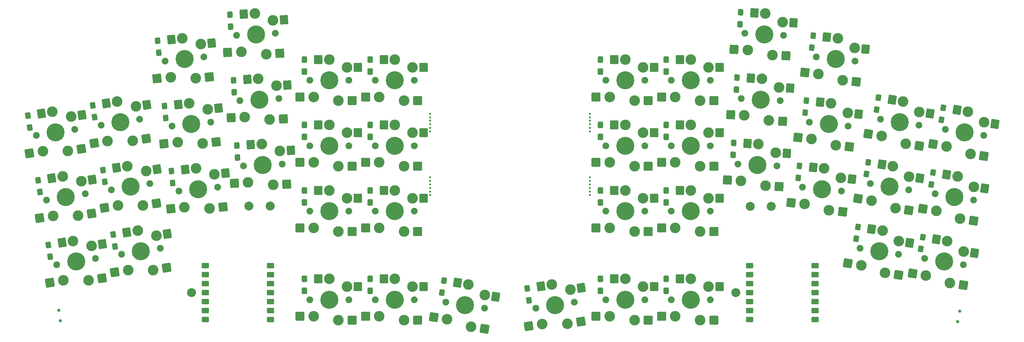
<source format=gbs>
G04 #@! TF.GenerationSoftware,KiCad,Pcbnew,9.0.0*
G04 #@! TF.CreationDate,2025-03-17T20:43:48+03:00*
G04 #@! TF.ProjectId,NIOKR,4e494f4b-522e-46b6-9963-61645f706362,rev?*
G04 #@! TF.SameCoordinates,Original*
G04 #@! TF.FileFunction,Soldermask,Bot*
G04 #@! TF.FilePolarity,Negative*
%FSLAX46Y46*%
G04 Gerber Fmt 4.6, Leading zero omitted, Abs format (unit mm)*
G04 Created by KiCad (PCBNEW 9.0.0) date 2025-03-17 20:43:48*
%MOMM*%
%LPD*%
G01*
G04 APERTURE LIST*
G04 Aperture macros list*
%AMRoundRect*
0 Rectangle with rounded corners*
0 $1 Rounding radius*
0 $2 $3 $4 $5 $6 $7 $8 $9 X,Y pos of 4 corners*
0 Add a 4 corners polygon primitive as box body*
4,1,4,$2,$3,$4,$5,$6,$7,$8,$9,$2,$3,0*
0 Add four circle primitives for the rounded corners*
1,1,$1+$1,$2,$3*
1,1,$1+$1,$4,$5*
1,1,$1+$1,$6,$7*
1,1,$1+$1,$8,$9*
0 Add four rect primitives between the rounded corners*
20,1,$1+$1,$2,$3,$4,$5,0*
20,1,$1+$1,$4,$5,$6,$7,0*
20,1,$1+$1,$6,$7,$8,$9,0*
20,1,$1+$1,$8,$9,$2,$3,0*%
G04 Aperture macros list end*
%ADD10C,1.900000*%
%ADD11C,3.000000*%
%ADD12C,5.100000*%
%ADD13RoundRect,0.250000X-0.827343X-1.168815X1.148034X-0.855946X0.827343X1.168815X-1.148034X0.855946X0*%
%ADD14RoundRect,0.250000X0.724663X1.177864X-1.053176X0.896282X-0.724663X-1.177864X1.053176X-0.896282X0*%
%ADD15RoundRect,0.250000X-1.000000X-1.025000X1.000000X-1.025000X1.000000X1.025000X-1.000000X1.025000X0*%
%ADD16RoundRect,0.250000X0.900000X1.050000X-0.900000X1.050000X-0.900000X-1.050000X0.900000X-1.050000X0*%
%ADD17RoundRect,0.250000X-1.052274X-0.971259X0.944985X-1.075931X1.052274X0.971259X-0.944985X1.075931X0*%
%ADD18RoundRect,0.250000X0.953719X1.001459X-0.843814X1.095663X-0.953719X-1.001459X0.843814X-1.095663X0*%
%ADD19RoundRect,0.250000X-1.101664X-0.914856X0.887380X-1.123913X1.101664X0.914856X-0.887380X1.123913X0*%
%ADD20RoundRect,0.250000X1.004825X0.950172X-0.785315X1.138324X-1.004825X-0.950172X0.785315X-1.138324X0*%
%ADD21RoundRect,0.250000X-1.148034X-0.855946X0.827343X-1.168815X1.148034X0.855946X-0.827343X1.168815X0*%
%ADD22RoundRect,0.250000X1.053176X0.896282X-0.724663X1.177864X-1.053176X-0.896282X0.724663X-1.177864X0*%
%ADD23RoundRect,0.250000X-0.944985X-1.075931X1.052274X-0.971259X0.944985X1.075931X-1.052274X0.971259X0*%
%ADD24RoundRect,0.250000X0.843814X1.095663X-0.953719X1.001459X-0.843814X-1.095663X0.953719X-1.001459X0*%
%ADD25RoundRect,0.250000X-0.887380X-1.123913X1.101664X-0.914856X0.887380X1.123913X-1.101664X0.914856X0*%
%ADD26RoundRect,0.250000X0.785315X1.138324X-1.004825X0.950172X-0.785315X-1.138324X1.004825X-0.950172X0*%
%ADD27C,0.600000*%
%ADD28RoundRect,0.250000X0.500000X-0.650000X0.500000X0.650000X-0.500000X0.650000X-0.500000X-0.650000X0*%
%ADD29RoundRect,0.250000X0.595527X-0.563780X0.392162X0.720215X-0.595527X0.563780X-0.392162X-0.720215X0*%
%ADD30RoundRect,0.250000X0.392162X-0.720215X0.595527X0.563780X-0.392162X0.720215X-0.595527X-0.563780X0*%
%ADD31RoundRect,0.250000X0.465296X-0.675277X0.533333X0.622941X-0.465296X0.675277X-0.533333X-0.622941X0*%
%ADD32RoundRect,0.250000X0.565204X-0.594175X0.429317X0.698703X-0.565204X0.594175X-0.429317X-0.698703X0*%
%ADD33RoundRect,0.250000X0.429317X-0.698703X0.565204X0.594175X-0.429317X0.698703X-0.565204X-0.594175X0*%
%ADD34RoundRect,0.250000X-0.750000X-0.525000X0.750000X-0.525000X0.750000X0.525000X-0.750000X0.525000X0*%
%ADD35RoundRect,0.250000X0.533333X-0.622941X0.465296X0.675277X-0.533333X0.622941X-0.465296X-0.675277X0*%
%ADD36C,2.540000*%
%ADD37C,0.900000*%
G04 APERTURE END LIST*
D10*
G04 #@! TO.C,R-S20*
X214734614Y-177421290D03*
D11*
X216556313Y-181891347D03*
X219243937Y-170733539D03*
D12*
X220166900Y-176560900D03*
D11*
X223634388Y-181833378D03*
X224526534Y-172124281D03*
D10*
X225599186Y-175700510D03*
D13*
X227436988Y-181231106D03*
D14*
X227588368Y-171639334D03*
D13*
X212753713Y-182493620D03*
D14*
X216182103Y-171218486D03*
G04 #@! TD*
D10*
G04 #@! TO.C,R-S19*
X234500000Y-175000000D03*
D11*
X235600000Y-179700000D03*
X240000000Y-169100000D03*
D12*
X240000000Y-175000000D03*
D11*
X242600000Y-180750000D03*
X245000000Y-171300000D03*
D10*
X245500000Y-175000000D03*
D15*
X246450000Y-180750000D03*
D16*
X248100000Y-171300000D03*
D15*
X231750000Y-179700000D03*
D16*
X236900000Y-169100000D03*
G04 #@! TD*
D10*
G04 #@! TO.C,R-S18*
X253000000Y-175000000D03*
D11*
X254100000Y-179700000D03*
X258500000Y-169100000D03*
D12*
X258500000Y-175000000D03*
D11*
X261100000Y-180750000D03*
X263500000Y-171300000D03*
D10*
X264000000Y-175000000D03*
D15*
X264950000Y-180750000D03*
D16*
X266600000Y-171300000D03*
D15*
X250250000Y-179700000D03*
D16*
X255400000Y-169100000D03*
G04 #@! TD*
D10*
G04 #@! TO.C,R-S17*
X234500000Y-150000000D03*
D11*
X235600000Y-154700000D03*
X240000000Y-144100000D03*
D12*
X240000000Y-150000000D03*
D11*
X242600000Y-155750000D03*
X245000000Y-146300000D03*
D10*
X245500000Y-150000000D03*
D15*
X246450000Y-155750000D03*
D16*
X248100000Y-146300000D03*
D15*
X231750000Y-154700000D03*
D16*
X236900000Y-144100000D03*
G04 #@! TD*
D10*
G04 #@! TO.C,R-S16*
X253000000Y-150000000D03*
D11*
X254100000Y-154700000D03*
X258500000Y-144100000D03*
D12*
X258500000Y-150000000D03*
D11*
X261100000Y-155750000D03*
X263500000Y-146300000D03*
D10*
X264000000Y-150000000D03*
D15*
X264950000Y-155750000D03*
D16*
X266600000Y-146300000D03*
D15*
X250250000Y-154700000D03*
D16*
X255400000Y-144100000D03*
G04 #@! TD*
D10*
G04 #@! TO.C,R-S15*
X271742538Y-136642952D03*
D11*
X272595051Y-141394081D03*
X277543782Y-131038886D03*
D12*
X277235000Y-136930800D03*
D11*
X279530505Y-142808993D03*
X282421791Y-133497551D03*
D10*
X282727462Y-137218648D03*
D17*
X283375229Y-143010487D03*
D18*
X285517542Y-133659792D03*
D17*
X268750327Y-141192587D03*
D18*
X274448031Y-130876644D03*
G04 #@! TD*
D10*
G04 #@! TO.C,R-S14*
X289985930Y-143187593D03*
D11*
X290588620Y-147976828D03*
X296072518Y-137894821D03*
D12*
X295455800Y-143762500D03*
D11*
X297440518Y-149752775D03*
X300815165Y-140605411D03*
D10*
X300925670Y-144337407D03*
D19*
X301269428Y-150155209D03*
D20*
X303898183Y-140929450D03*
D19*
X286759711Y-147574393D03*
D20*
X292989500Y-137570783D03*
G04 #@! TD*
D10*
G04 #@! TO.C,R-S13*
X306175114Y-160481110D03*
D11*
X306526329Y-165295324D03*
X312530363Y-155514139D03*
D12*
X311607400Y-161341500D03*
D11*
X313275892Y-167427438D03*
X317124649Y-158469225D03*
D10*
X317039686Y-162201890D03*
D21*
X317078492Y-168029710D03*
D22*
X320186483Y-158954172D03*
D21*
X302723729Y-164693051D03*
D22*
X309468529Y-155029192D03*
G04 #@! TD*
D10*
G04 #@! TO.C,R-S12*
X324447314Y-163375110D03*
D11*
X324798529Y-168189324D03*
X330802563Y-158408139D03*
D12*
X329879600Y-164235500D03*
D11*
X331548092Y-170321438D03*
X335396849Y-161363225D03*
D10*
X335311886Y-165095890D03*
D21*
X335350692Y-170923710D03*
D22*
X338458683Y-161848172D03*
D21*
X320995929Y-167587051D03*
D22*
X327740729Y-157923192D03*
G04 #@! TD*
D10*
G04 #@! TO.C,R-S11*
X234500000Y-131500000D03*
D11*
X235600000Y-136200000D03*
X240000000Y-125600000D03*
D12*
X240000000Y-131500000D03*
D11*
X242600000Y-137250000D03*
X245000000Y-127800000D03*
D10*
X245500000Y-131500000D03*
D15*
X246450000Y-137250000D03*
D16*
X248100000Y-127800000D03*
D15*
X231750000Y-136200000D03*
D16*
X236900000Y-125600000D03*
G04 #@! TD*
D10*
G04 #@! TO.C,R-S10*
X253000000Y-131500000D03*
D11*
X254100000Y-136200000D03*
X258500000Y-125600000D03*
D12*
X258500000Y-131500000D03*
D11*
X261100000Y-137250000D03*
X263500000Y-127800000D03*
D10*
X264000000Y-131500000D03*
D15*
X264950000Y-137250000D03*
D16*
X266600000Y-127800000D03*
D15*
X250250000Y-136200000D03*
D16*
X255400000Y-125600000D03*
G04 #@! TD*
D10*
G04 #@! TO.C,R-S9*
X272710738Y-118168352D03*
D11*
X273563251Y-122919481D03*
X278511982Y-112564286D03*
D12*
X278203200Y-118456200D03*
D11*
X280498705Y-124334393D03*
X283389991Y-115022951D03*
D10*
X283695662Y-118744048D03*
D17*
X284343429Y-124535887D03*
D18*
X286485742Y-115185192D03*
D17*
X269718527Y-122717987D03*
D18*
X275416231Y-112402044D03*
G04 #@! TD*
D10*
G04 #@! TO.C,R-S8*
X291919730Y-124788993D03*
D11*
X292522420Y-129578228D03*
X298006318Y-119496221D03*
D12*
X297389600Y-125363900D03*
D11*
X299374318Y-131354175D03*
X302748965Y-122206811D03*
D10*
X302859470Y-125938807D03*
D19*
X303203228Y-131756609D03*
D20*
X305831983Y-122530850D03*
D19*
X288693511Y-129175793D03*
D20*
X294923300Y-119172183D03*
G04 #@! TD*
D10*
G04 #@! TO.C,R-S7*
X309069114Y-142208910D03*
D11*
X309420329Y-147023124D03*
X315424363Y-137241939D03*
D12*
X314501400Y-143069300D03*
D11*
X316169892Y-149155238D03*
X320018649Y-140197025D03*
D10*
X319933686Y-143929690D03*
D21*
X319972492Y-149757510D03*
D22*
X323080483Y-140681972D03*
D21*
X305617729Y-146420851D03*
D22*
X312362529Y-136756992D03*
G04 #@! TD*
D10*
G04 #@! TO.C,R-S6*
X327341414Y-145102910D03*
D11*
X327692629Y-149917124D03*
X333696663Y-140135939D03*
D12*
X332773700Y-145963300D03*
D11*
X334442192Y-152049238D03*
X338290949Y-143091025D03*
D10*
X338205986Y-146823690D03*
D21*
X338244792Y-152651510D03*
D22*
X341352783Y-143575972D03*
D21*
X323890029Y-149314851D03*
D22*
X330634829Y-139650992D03*
G04 #@! TD*
D10*
G04 #@! TO.C,R-S5*
X234500000Y-113000000D03*
D11*
X235600000Y-117700000D03*
X240000000Y-107100000D03*
D12*
X240000000Y-113000000D03*
D11*
X242600000Y-118750000D03*
X245000000Y-109300000D03*
D10*
X245500000Y-113000000D03*
D15*
X246450000Y-118750000D03*
D16*
X248100000Y-109300000D03*
D15*
X231750000Y-117700000D03*
D16*
X236900000Y-107100000D03*
G04 #@! TD*
D10*
G04 #@! TO.C,R-S4*
X253000000Y-113000000D03*
D11*
X254100000Y-117700000D03*
X258500000Y-107100000D03*
D12*
X258500000Y-113000000D03*
D11*
X261100000Y-118750000D03*
X263500000Y-109300000D03*
D10*
X264000000Y-113000000D03*
D15*
X264950000Y-118750000D03*
D16*
X266600000Y-109300000D03*
D15*
X250250000Y-117700000D03*
D16*
X255400000Y-107100000D03*
G04 #@! TD*
D10*
G04 #@! TO.C,R-S3*
X273678938Y-99693652D03*
D11*
X274531451Y-104444781D03*
X279480182Y-94089586D03*
D12*
X279171400Y-99981500D03*
D11*
X281466905Y-105859693D03*
X284358191Y-96548251D03*
D10*
X284663862Y-100269348D03*
D17*
X285311629Y-106061187D03*
D18*
X287453942Y-96710492D03*
D17*
X270686727Y-104243287D03*
D18*
X276384431Y-93927344D03*
G04 #@! TD*
D10*
G04 #@! TO.C,R-S2*
X293853430Y-106390293D03*
D11*
X294456120Y-111179528D03*
X299940018Y-101097521D03*
D12*
X299323300Y-106965200D03*
D11*
X301308018Y-112955475D03*
X304682665Y-103808111D03*
D10*
X304793170Y-107540107D03*
D19*
X305136928Y-113357909D03*
D20*
X307765683Y-104132150D03*
D19*
X290627211Y-110777093D03*
D20*
X296857000Y-100773483D03*
G04 #@! TD*
D10*
G04 #@! TO.C,R-S1*
X311963214Y-123936610D03*
D11*
X312314429Y-128750824D03*
X318318463Y-118969639D03*
D12*
X317395500Y-124797000D03*
D11*
X319063992Y-130882938D03*
X322912749Y-121924725D03*
D10*
X322827786Y-125657390D03*
D21*
X322866592Y-131485210D03*
D22*
X325974583Y-122409672D03*
D21*
X308511829Y-128148551D03*
D22*
X315256629Y-118484692D03*
G04 #@! TD*
D10*
G04 #@! TO.C,R-S0*
X330235414Y-126830710D03*
D11*
X330586629Y-131644924D03*
X336590663Y-121863739D03*
D12*
X335667700Y-127691100D03*
D11*
X337336192Y-133777038D03*
X341184949Y-124818825D03*
D10*
X341099986Y-128551490D03*
D21*
X341138792Y-134379310D03*
D22*
X344246783Y-125303772D03*
D21*
X326784029Y-131042651D03*
D22*
X333528829Y-121378792D03*
G04 #@! TD*
D10*
G04 #@! TO.C,L-S20*
X189400814Y-175700510D03*
D11*
X189752029Y-180514724D03*
X195756063Y-170733539D03*
D12*
X194833100Y-176560900D03*
D11*
X196501592Y-182646838D03*
X200350349Y-173688625D03*
D10*
X200265386Y-177421290D03*
D21*
X200304192Y-183249110D03*
D22*
X203412183Y-174173572D03*
D21*
X185949429Y-179912451D03*
D22*
X192694229Y-170248592D03*
G04 #@! TD*
D10*
G04 #@! TO.C,L-S19*
X169500000Y-175000000D03*
D11*
X170600000Y-179700000D03*
X175000000Y-169100000D03*
D12*
X175000000Y-175000000D03*
D11*
X177600000Y-180750000D03*
X180000000Y-171300000D03*
D10*
X180500000Y-175000000D03*
D15*
X181450000Y-180750000D03*
D16*
X183100000Y-171300000D03*
D15*
X166750000Y-179700000D03*
D16*
X171900000Y-169100000D03*
G04 #@! TD*
D10*
G04 #@! TO.C,L-S18*
X151000000Y-175000000D03*
D11*
X152100000Y-179700000D03*
X156500000Y-169100000D03*
D12*
X156500000Y-175000000D03*
D11*
X159100000Y-180750000D03*
X161500000Y-171300000D03*
D10*
X162000000Y-175000000D03*
D15*
X162950000Y-180750000D03*
D16*
X164600000Y-171300000D03*
D15*
X148250000Y-179700000D03*
D16*
X153400000Y-169100000D03*
G04 #@! TD*
D10*
G04 #@! TO.C,L-S17*
X169500000Y-150000000D03*
D11*
X170600000Y-154700000D03*
X175000000Y-144100000D03*
D12*
X175000000Y-150000000D03*
D11*
X177600000Y-155750000D03*
X180000000Y-146300000D03*
D10*
X180500000Y-150000000D03*
D15*
X181450000Y-155750000D03*
D16*
X183100000Y-146300000D03*
D15*
X166750000Y-154700000D03*
D16*
X171900000Y-144100000D03*
G04 #@! TD*
D10*
G04 #@! TO.C,L-S16*
X151000000Y-150000000D03*
D11*
X152100000Y-154700000D03*
X156500000Y-144100000D03*
D12*
X156500000Y-150000000D03*
D11*
X159100000Y-155750000D03*
X161500000Y-146300000D03*
D10*
X162000000Y-150000000D03*
D15*
X162950000Y-155750000D03*
D16*
X164600000Y-146300000D03*
D15*
X148250000Y-154700000D03*
D16*
X153400000Y-144100000D03*
G04 #@! TD*
D10*
G04 #@! TO.C,L-S15*
X132272538Y-137218648D03*
D11*
X133617009Y-141854637D03*
X137456218Y-131038886D03*
D12*
X137765000Y-136930800D03*
D11*
X140662369Y-142536846D03*
X142564505Y-132974191D03*
D10*
X143257462Y-136642952D03*
D23*
X144507092Y-142335353D03*
D24*
X145660256Y-132811949D03*
D23*
X129772285Y-142056130D03*
D24*
X134360466Y-131201127D03*
G04 #@! TD*
D10*
G04 #@! TO.C,L-S14*
X114074330Y-144337407D03*
D11*
X115659587Y-148896678D03*
X118927482Y-137894821D03*
D12*
X119544200Y-143762500D03*
D11*
X122730996Y-149209227D03*
X124130054Y-139560127D03*
D10*
X125014070Y-143187593D03*
D25*
X126559905Y-148806792D03*
D26*
X127213072Y-139236088D03*
D25*
X111830678Y-149299113D03*
D26*
X115844464Y-138218859D03*
G04 #@! TD*
D10*
G04 #@! TO.C,L-S13*
X97960314Y-162201890D03*
D11*
X99782013Y-166671947D03*
X102469637Y-155514139D03*
D12*
X103392600Y-161341500D03*
D11*
X106860088Y-166613978D03*
X107752234Y-156904881D03*
D10*
X108824886Y-160481110D03*
D13*
X110662688Y-166011706D03*
D14*
X110814068Y-156419934D03*
D13*
X95979413Y-167274220D03*
D14*
X99407803Y-155999086D03*
G04 #@! TD*
D10*
G04 #@! TO.C,L-S12*
X79688114Y-165095890D03*
D11*
X81509813Y-169565947D03*
X84197437Y-158408139D03*
D12*
X85120400Y-164235500D03*
D11*
X88587888Y-169507978D03*
X89480034Y-159798881D03*
D10*
X90552686Y-163375110D03*
D13*
X92390488Y-168905706D03*
D14*
X92541868Y-159313934D03*
D13*
X77707213Y-170168220D03*
D14*
X81135603Y-158893086D03*
G04 #@! TD*
D10*
G04 #@! TO.C,L-S11*
X169500000Y-131500000D03*
D11*
X170600000Y-136200000D03*
X175000000Y-125600000D03*
D12*
X175000000Y-131500000D03*
D11*
X177600000Y-137250000D03*
X180000000Y-127800000D03*
D10*
X180500000Y-131500000D03*
D15*
X181450000Y-137250000D03*
D16*
X183100000Y-127800000D03*
D15*
X166750000Y-136200000D03*
D16*
X171900000Y-125600000D03*
G04 #@! TD*
D10*
G04 #@! TO.C,L-S10*
X151000000Y-131500000D03*
D11*
X152100000Y-136200000D03*
X156500000Y-125600000D03*
D12*
X156500000Y-131500000D03*
D11*
X159100000Y-137250000D03*
X161500000Y-127800000D03*
D10*
X162000000Y-131500000D03*
D15*
X162950000Y-137250000D03*
D16*
X164600000Y-127800000D03*
D15*
X148250000Y-136200000D03*
D16*
X153400000Y-125600000D03*
G04 #@! TD*
D10*
G04 #@! TO.C,L-S9*
X131304338Y-118744048D03*
D11*
X132648809Y-123380037D03*
X136488018Y-112564286D03*
D12*
X136796800Y-118456200D03*
D11*
X139694169Y-124062246D03*
X141596305Y-114499591D03*
D10*
X142289262Y-118168352D03*
D23*
X143538892Y-123860753D03*
D24*
X144692056Y-114337349D03*
D23*
X128804085Y-123581530D03*
D24*
X133392266Y-112726527D03*
G04 #@! TD*
D10*
G04 #@! TO.C,L-S8*
X112140530Y-125938807D03*
D11*
X113725787Y-130498078D03*
X116993682Y-119496221D03*
D12*
X117610400Y-125363900D03*
D11*
X120797196Y-130810627D03*
X122196254Y-121161527D03*
D10*
X123080270Y-124788993D03*
D25*
X124626105Y-130408192D03*
D26*
X125279272Y-120837488D03*
D25*
X109896878Y-130900513D03*
D26*
X113910664Y-119820259D03*
G04 #@! TD*
D10*
G04 #@! TO.C,L-S7*
X95066314Y-143929690D03*
D11*
X96888013Y-148399747D03*
X99575637Y-137241939D03*
D12*
X100498600Y-143069300D03*
D11*
X103966088Y-148341778D03*
X104858234Y-138632681D03*
D10*
X105930886Y-142208910D03*
D13*
X107768688Y-147739506D03*
D14*
X107920068Y-138147734D03*
D13*
X93085413Y-149002020D03*
D14*
X96513803Y-137726886D03*
G04 #@! TD*
D10*
G04 #@! TO.C,L-S6*
X76794014Y-146823690D03*
D11*
X78615713Y-151293747D03*
X81303337Y-140135939D03*
D12*
X82226300Y-145963300D03*
D11*
X85693788Y-151235778D03*
X86585934Y-141526681D03*
D10*
X87658586Y-145102910D03*
D13*
X89496388Y-150633506D03*
D14*
X89647768Y-141041734D03*
D13*
X74813113Y-151896020D03*
D14*
X78241503Y-140620886D03*
G04 #@! TD*
D10*
G04 #@! TO.C,L-S5*
X169500000Y-113000000D03*
D11*
X170600000Y-117700000D03*
X175000000Y-107100000D03*
D12*
X175000000Y-113000000D03*
D11*
X177600000Y-118750000D03*
X180000000Y-109300000D03*
D10*
X180500000Y-113000000D03*
D15*
X181450000Y-118750000D03*
D16*
X183100000Y-109300000D03*
D15*
X166750000Y-117700000D03*
D16*
X171900000Y-107100000D03*
G04 #@! TD*
D10*
G04 #@! TO.C,L-S4*
X151000000Y-113000000D03*
D11*
X152100000Y-117700000D03*
X156500000Y-107100000D03*
D12*
X156500000Y-113000000D03*
D11*
X159100000Y-118750000D03*
X161500000Y-109300000D03*
D10*
X162000000Y-113000000D03*
D15*
X162950000Y-118750000D03*
D16*
X164600000Y-109300000D03*
D15*
X148250000Y-117700000D03*
D16*
X153400000Y-107100000D03*
G04 #@! TD*
D10*
G04 #@! TO.C,L-S3*
X130336138Y-100269348D03*
D11*
X131680609Y-104905337D03*
X135519818Y-94089586D03*
D12*
X135828600Y-99981500D03*
D11*
X138725969Y-105587546D03*
X140628105Y-96024891D03*
D10*
X141321062Y-99693652D03*
D23*
X142570692Y-105386053D03*
D24*
X143723856Y-95862649D03*
D23*
X127835885Y-105106830D03*
D24*
X132424066Y-94251827D03*
G04 #@! TD*
D10*
G04 #@! TO.C,L-S2*
X110206830Y-107540107D03*
D11*
X111792087Y-112099378D03*
X115059982Y-101097521D03*
D12*
X115676700Y-106965200D03*
D11*
X118863496Y-112411927D03*
X120262554Y-102762827D03*
D10*
X121146570Y-106390293D03*
D25*
X122692405Y-112009492D03*
D26*
X123345572Y-102438788D03*
D25*
X107963178Y-112501813D03*
D26*
X111976964Y-101421559D03*
G04 #@! TD*
D10*
G04 #@! TO.C,L-S1*
X92172214Y-125657390D03*
D11*
X93993913Y-130127447D03*
X96681537Y-118969639D03*
D12*
X97604500Y-124797000D03*
D11*
X101071988Y-130069478D03*
X101964134Y-120360381D03*
D10*
X103036786Y-123936610D03*
D13*
X104874588Y-129467206D03*
D14*
X105025968Y-119875434D03*
D13*
X90191313Y-130729720D03*
D14*
X93619703Y-119454586D03*
G04 #@! TD*
D10*
G04 #@! TO.C,L-S0*
X73900014Y-128551490D03*
D11*
X75721713Y-133021547D03*
X78409337Y-121863739D03*
D12*
X79332300Y-127691100D03*
D11*
X82799788Y-132963578D03*
X83691934Y-123254481D03*
D10*
X84764586Y-126830710D03*
D13*
X86602388Y-132361306D03*
D14*
X86753768Y-122769534D03*
D13*
X71919113Y-133623820D03*
D14*
X75347503Y-122348686D03*
G04 #@! TD*
D27*
G04 #@! TO.C,mbites3*
X230000000Y-122439400D03*
X230000000Y-123439400D03*
X230000000Y-124439400D03*
X230000000Y-125439400D03*
X230000000Y-126439400D03*
X230000000Y-127439400D03*
G04 #@! TD*
G04 #@! TO.C,mbites4*
X230000000Y-140439400D03*
X230000000Y-141439400D03*
X230000000Y-142439400D03*
X230000000Y-143439400D03*
X230000000Y-144439400D03*
X230000000Y-145439400D03*
G04 #@! TD*
G04 #@! TO.C,mbites2*
X185000000Y-140439400D03*
X185000000Y-141439400D03*
X185000000Y-142439400D03*
X185000000Y-143439400D03*
X185000000Y-144439400D03*
X185000000Y-145439400D03*
G04 #@! TD*
G04 #@! TO.C,mbites1*
X185000000Y-122439400D03*
X185000000Y-123439400D03*
X185000000Y-124439400D03*
X185000000Y-125439400D03*
X185000000Y-126439400D03*
X185000000Y-127439400D03*
G04 #@! TD*
D28*
G04 #@! TO.C,R-D16*
X251500000Y-147500000D03*
X251500000Y-144100000D03*
G04 #@! TD*
G04 #@! TO.C,L-D11*
X168000000Y-129000000D03*
X168000000Y-125600000D03*
G04 #@! TD*
D29*
G04 #@! TO.C,L-D6*
X74921439Y-144589170D03*
X74389561Y-141231030D03*
G04 #@! TD*
D30*
G04 #@! TO.C,R-D13*
X305084661Y-157777270D03*
X305616539Y-154419130D03*
G04 #@! TD*
D31*
G04 #@! TO.C,R-D15*
X270375429Y-134067870D03*
X270553371Y-130672530D03*
G04 #@! TD*
D32*
G04 #@! TO.C,L-D8*
X110387498Y-123609287D03*
X110032102Y-120227913D03*
G04 #@! TD*
D28*
G04 #@! TO.C,R-D17*
X233000000Y-147500000D03*
X233000000Y-144100000D03*
G04 #@! TD*
D29*
G04 #@! TO.C,L-D7*
X93193639Y-141695070D03*
X92661761Y-138336930D03*
G04 #@! TD*
D30*
G04 #@! TO.C,R-D1*
X310872761Y-121232770D03*
X311404639Y-117874630D03*
G04 #@! TD*
D28*
G04 #@! TO.C,L-D19*
X168000000Y-172500000D03*
X168000000Y-169100000D03*
G04 #@! TD*
G04 #@! TO.C,L-D4*
X149500000Y-110500000D03*
X149500000Y-107100000D03*
G04 #@! TD*
D29*
G04 #@! TO.C,L-D1*
X90299639Y-123422870D03*
X89767761Y-120064730D03*
G04 #@! TD*
G04 #@! TO.C,R-D20*
X212861939Y-175186770D03*
X212330061Y-171828630D03*
G04 #@! TD*
D31*
G04 #@! TO.C,R-D9*
X271343629Y-115593270D03*
X271521571Y-112197930D03*
G04 #@! TD*
D33*
G04 #@! TO.C,R-D14*
X288755502Y-140544487D03*
X289110898Y-137163113D03*
G04 #@! TD*
D31*
G04 #@! TO.C,R-D03*
X272311929Y-97118570D03*
X272489871Y-93723230D03*
G04 #@! TD*
D34*
G04 #@! TO.C,U1*
X121521000Y-180633700D03*
X121521000Y-178093700D03*
X121521000Y-175553700D03*
X121521000Y-173013700D03*
X121521000Y-170473700D03*
X121521000Y-167933700D03*
X121521000Y-165393700D03*
X139921000Y-180633700D03*
X139921000Y-178093700D03*
X139921000Y-175553700D03*
X139921000Y-173013700D03*
X139921000Y-170473700D03*
X139921000Y-167933700D03*
X139921000Y-165393700D03*
G04 #@! TD*
D28*
G04 #@! TO.C,R-D19*
X233000000Y-172500000D03*
X233000000Y-169100000D03*
G04 #@! TD*
G04 #@! TO.C,R-D18*
X251500000Y-172500000D03*
X251500000Y-169100000D03*
G04 #@! TD*
D35*
G04 #@! TO.C,L-D9*
X129675571Y-116325970D03*
X129497629Y-112930630D03*
G04 #@! TD*
G04 #@! TO.C,L-D3*
X128707271Y-97851270D03*
X128529329Y-94455930D03*
G04 #@! TD*
D29*
G04 #@! TO.C,L-D12*
X77815439Y-162861370D03*
X77283561Y-159503230D03*
G04 #@! TD*
D30*
G04 #@! TO.C,L-D20*
X188310361Y-172996670D03*
X188842239Y-169638530D03*
G04 #@! TD*
D28*
G04 #@! TO.C,R-D5*
X233000000Y-110500000D03*
X233000000Y-107100000D03*
G04 #@! TD*
G04 #@! TO.C,L-D17*
X168000000Y-147500000D03*
X168000000Y-144100000D03*
G04 #@! TD*
D32*
G04 #@! TO.C,L-D14*
X112321198Y-142007887D03*
X111965802Y-138626513D03*
G04 #@! TD*
D28*
G04 #@! TO.C,R-D11*
X233000000Y-129000000D03*
X233000000Y-125600000D03*
G04 #@! TD*
D35*
G04 #@! TO.C,L-D15*
X130643771Y-134800570D03*
X130465829Y-131405230D03*
G04 #@! TD*
D33*
G04 #@! TO.C,R-D2*
X292623002Y-103747187D03*
X292978398Y-100365813D03*
G04 #@! TD*
G04 #@! TO.C,R-D8*
X290689202Y-122145887D03*
X291044598Y-118764513D03*
G04 #@! TD*
D32*
G04 #@! TO.C,L-D2*
X108453698Y-105210587D03*
X108098302Y-101829213D03*
G04 #@! TD*
D28*
G04 #@! TO.C,R-D4*
X251500000Y-110500000D03*
X251500000Y-107100000D03*
G04 #@! TD*
D30*
G04 #@! TO.C,R-D7*
X307978661Y-139504970D03*
X308510539Y-136146830D03*
G04 #@! TD*
D28*
G04 #@! TO.C,L-D16*
X149500000Y-147500000D03*
X149500000Y-144100000D03*
G04 #@! TD*
D29*
G04 #@! TO.C,L-D13*
X96087739Y-159967270D03*
X95555861Y-156609130D03*
G04 #@! TD*
D30*
G04 #@! TO.C,R-D12*
X323356861Y-160671270D03*
X323888739Y-157313130D03*
G04 #@! TD*
D28*
G04 #@! TO.C,L-D18*
X149500000Y-172500000D03*
X149500000Y-169100000D03*
G04 #@! TD*
G04 #@! TO.C,R-D10*
X251500000Y-129000000D03*
X251500000Y-125600000D03*
G04 #@! TD*
D34*
G04 #@! TO.C,U2*
X275079000Y-180633700D03*
X275079000Y-178093700D03*
X275079000Y-175553700D03*
X275079000Y-173013700D03*
X275079000Y-170473700D03*
X275079000Y-167933700D03*
X275079000Y-165393700D03*
X293479000Y-180633700D03*
X293479000Y-178093700D03*
X293479000Y-175553700D03*
X293479000Y-173013700D03*
X293479000Y-170473700D03*
X293479000Y-167933700D03*
X293479000Y-165393700D03*
G04 #@! TD*
D29*
G04 #@! TO.C,L-D0*
X72027339Y-126316870D03*
X71495461Y-122958730D03*
G04 #@! TD*
D28*
G04 #@! TO.C,L-D10*
X149500000Y-129000000D03*
X149500000Y-125600000D03*
G04 #@! TD*
D30*
G04 #@! TO.C,R-D0*
X329144961Y-124126770D03*
X329676839Y-120768630D03*
G04 #@! TD*
G04 #@! TO.C,R-D6*
X326250961Y-142399070D03*
X326782839Y-139040930D03*
G04 #@! TD*
D28*
G04 #@! TO.C,L-D5*
X168000000Y-110500000D03*
X168000000Y-107100000D03*
G04 #@! TD*
D36*
G04 #@! TO.C,L-GND1*
X139811000Y-148529800D03*
G04 #@! TD*
G04 #@! TO.C,R-BAT+1*
X281189000Y-148620800D03*
G04 #@! TD*
G04 #@! TO.C,L-BAT+2*
X117631000Y-173013700D03*
G04 #@! TD*
G04 #@! TO.C,R-BAT+2*
X271189000Y-173013700D03*
G04 #@! TD*
G04 #@! TO.C,L-BAT+1*
X133811000Y-148529800D03*
G04 #@! TD*
G04 #@! TO.C,R-GND1*
X275189000Y-148620800D03*
G04 #@! TD*
D37*
G04 #@! TO.C,L-PSW1*
X80628160Y-180970977D03*
X80208241Y-178000091D03*
G04 #@! TD*
G04 #@! TO.C,R-PSW1*
X334284102Y-178254850D03*
X333765414Y-181210093D03*
G04 #@! TD*
M02*

</source>
